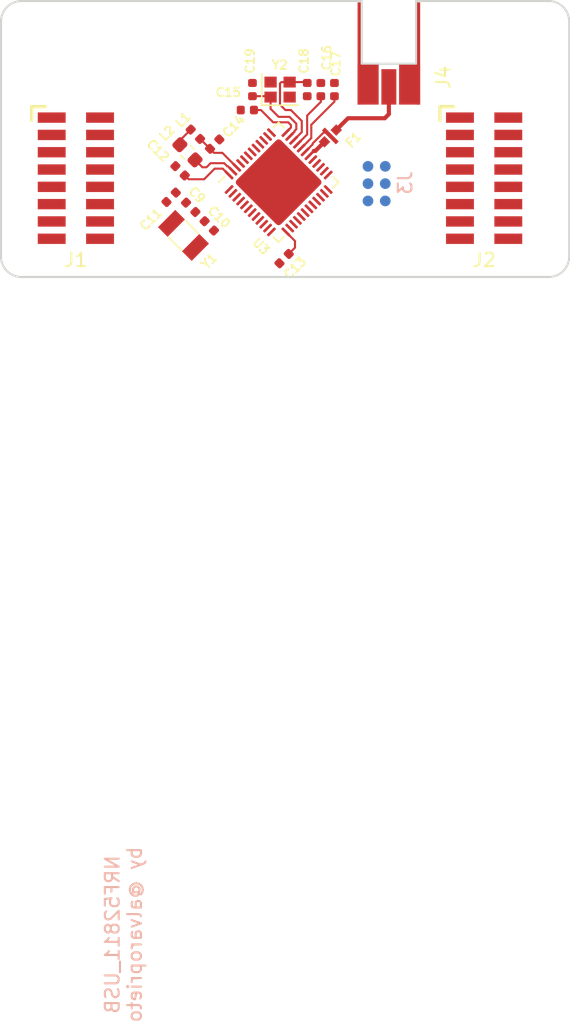
<source format=kicad_pcb>
(kicad_pcb (version 20171130) (host pcbnew 5.1.2-f72e74a~84~ubuntu18.04.1)

  (general
    (thickness 1.6)
    (drawings 13)
    (tracks 68)
    (zones 0)
    (modules 21)
    (nets 79)
  )

  (page A4)
  (title_block
    (title NRF52811_USB)
    (date 2019-05-24)
    (rev 1.0)
    (company @alvaroprieto)
  )

  (layers
    (0 F.Cu signal)
    (1 GND.Cu power)
    (2 Power.Cu mixed)
    (31 B.Cu signal)
    (32 B.Adhes user)
    (33 F.Adhes user)
    (34 B.Paste user)
    (35 F.Paste user)
    (36 B.SilkS user)
    (37 F.SilkS user)
    (38 B.Mask user)
    (39 F.Mask user)
    (40 Dwgs.User user)
    (41 Cmts.User user)
    (42 Eco1.User user)
    (43 Eco2.User user)
    (44 Edge.Cuts user)
    (45 Margin user)
    (46 B.CrtYd user)
    (47 F.CrtYd user)
    (48 B.Fab user)
    (49 F.Fab user hide)
  )

  (setup
    (last_trace_width 0.1524)
    (user_trace_width 0.127)
    (user_trace_width 0.1524)
    (user_trace_width 0.2032)
    (user_trace_width 0.254)
    (user_trace_width 0.3048)
    (user_trace_width 0.381)
    (user_trace_width 0.508)
    (user_trace_width 0.635)
    (user_trace_width 1.016)
    (trace_clearance 0.1524)
    (zone_clearance 0.2032)
    (zone_45_only no)
    (trace_min 0.127)
    (via_size 0.508)
    (via_drill 0.254)
    (via_min_size 0.508)
    (via_min_drill 0.254)
    (user_via 0.508 0.254)
    (uvia_size 0.508)
    (uvia_drill 0.254)
    (uvias_allowed no)
    (uvia_min_size 0.2)
    (uvia_min_drill 0.1)
    (edge_width 0.15)
    (segment_width 0.2)
    (pcb_text_width 0.3)
    (pcb_text_size 1.5 1.5)
    (mod_edge_width 0.15)
    (mod_text_size 1 1)
    (mod_text_width 0.15)
    (pad_size 1.524 1.524)
    (pad_drill 0.762)
    (pad_to_mask_clearance 0.0508)
    (solder_mask_min_width 0.25)
    (aux_axis_origin 0 0)
    (visible_elements FFFFFF7F)
    (pcbplotparams
      (layerselection 0x010fc_ffffffff)
      (usegerberextensions false)
      (usegerberattributes true)
      (usegerberadvancedattributes false)
      (creategerberjobfile false)
      (excludeedgelayer true)
      (linewidth 0.100000)
      (plotframeref false)
      (viasonmask false)
      (mode 1)
      (useauxorigin false)
      (hpglpennumber 1)
      (hpglpenspeed 20)
      (hpglpendiameter 15.000000)
      (psnegative false)
      (psa4output false)
      (plotreference true)
      (plotvalue true)
      (plotinvisibletext false)
      (padsonsilk false)
      (subtractmaskfromsilk false)
      (outputformat 1)
      (mirror false)
      (drillshape 0)
      (scaleselection 1)
      (outputdirectory "gerber/"))
  )

  (net 0 "")
  (net 1 GND)
  (net 2 +3V3)
  (net 3 "Net-(J1-Pad5)")
  (net 4 /nRST)
  (net 5 /SWDIO)
  (net 6 /SWCLK)
  (net 7 "Net-(C9-Pad1)")
  (net 8 "Net-(C18-Pad2)")
  (net 9 "Net-(F1-Pad1)")
  (net 10 "Net-(L1-Pad2)")
  (net 11 "Net-(L2-Pad2)")
  (net 12 "Net-(C10-Pad1)")
  (net 13 "Net-(C11-Pad1)")
  (net 14 "Net-(C14-Pad1)")
  (net 15 "Net-(C16-Pad2)")
  (net 16 "Net-(C17-Pad2)")
  (net 17 "Net-(C19-Pad1)")
  (net 18 "Net-(F1-Pad3)")
  (net 19 "Net-(J3-Pad6)")
  (net 20 "Net-(U3-Pad44)")
  (net 21 /P0.02-AIN0)
  (net 22 /P0.03-AIN1)
  (net 23 /P0.04-AIN2)
  (net 24 /P0.05-AIN3)
  (net 25 /P0.06)
  (net 26 /P0.07)
  (net 27 /P0.08)
  (net 28 /P0.09)
  (net 29 /P0.10)
  (net 30 /P0.11)
  (net 31 /P0.12)
  (net 32 /P0.13)
  (net 33 /P0.14)
  (net 34 /P0.15)
  (net 35 /P0.16)
  (net 36 /P0.17)
  (net 37 /P0.18)
  (net 38 /P0.19)
  (net 39 /P0.20)
  (net 40 /P0.22)
  (net 41 /P0.23)
  (net 42 /P0.24)
  (net 43 /P0.25)
  (net 44 /P0.26)
  (net 45 /P0.27)
  (net 46 /P0.28-AIN4)
  (net 47 /P0.29-AIN5)
  (net 48 /P0.30-AIN6)
  (net 49 /P0.31-AIN7)
  (net 50 "Net-(J1-Pad16)")
  (net 51 "Net-(J1-Pad15)")
  (net 52 "Net-(J1-Pad14)")
  (net 53 "Net-(J1-Pad13)")
  (net 54 "Net-(J1-Pad12)")
  (net 55 "Net-(J1-Pad11)")
  (net 56 "Net-(J1-Pad10)")
  (net 57 "Net-(J1-Pad9)")
  (net 58 "Net-(J1-Pad8)")
  (net 59 "Net-(J1-Pad7)")
  (net 60 "Net-(J1-Pad6)")
  (net 61 "Net-(J1-Pad4)")
  (net 62 "Net-(J1-Pad3)")
  (net 63 "Net-(J1-Pad2)")
  (net 64 "Net-(J1-Pad1)")
  (net 65 "Net-(J2-Pad3)")
  (net 66 "Net-(J2-Pad4)")
  (net 67 "Net-(J2-Pad5)")
  (net 68 "Net-(J2-Pad6)")
  (net 69 "Net-(J2-Pad7)")
  (net 70 "Net-(J2-Pad8)")
  (net 71 "Net-(J2-Pad9)")
  (net 72 "Net-(J2-Pad10)")
  (net 73 "Net-(J2-Pad11)")
  (net 74 "Net-(J2-Pad12)")
  (net 75 "Net-(J2-Pad13)")
  (net 76 "Net-(J2-Pad14)")
  (net 77 "Net-(J2-Pad15)")
  (net 78 "Net-(J2-Pad16)")

  (net_class Default "This is the default net class."
    (clearance 0.1524)
    (trace_width 0.1524)
    (via_dia 0.508)
    (via_drill 0.254)
    (uvia_dia 0.508)
    (uvia_drill 0.254)
    (diff_pair_width 0.1524)
    (diff_pair_gap 0.1524)
    (add_net +3V3)
    (add_net /P0.02-AIN0)
    (add_net /P0.03-AIN1)
    (add_net /P0.04-AIN2)
    (add_net /P0.05-AIN3)
    (add_net /P0.06)
    (add_net /P0.07)
    (add_net /P0.08)
    (add_net /P0.09)
    (add_net /P0.10)
    (add_net /P0.11)
    (add_net /P0.12)
    (add_net /P0.13)
    (add_net /P0.14)
    (add_net /P0.15)
    (add_net /P0.16)
    (add_net /P0.17)
    (add_net /P0.18)
    (add_net /P0.19)
    (add_net /P0.20)
    (add_net /P0.22)
    (add_net /P0.23)
    (add_net /P0.24)
    (add_net /P0.25)
    (add_net /P0.26)
    (add_net /P0.27)
    (add_net /P0.28-AIN4)
    (add_net /P0.29-AIN5)
    (add_net /P0.30-AIN6)
    (add_net /P0.31-AIN7)
    (add_net /SWCLK)
    (add_net /SWDIO)
    (add_net /nRST)
    (add_net GND)
    (add_net "Net-(C10-Pad1)")
    (add_net "Net-(C11-Pad1)")
    (add_net "Net-(C14-Pad1)")
    (add_net "Net-(C16-Pad2)")
    (add_net "Net-(C17-Pad2)")
    (add_net "Net-(C18-Pad2)")
    (add_net "Net-(C19-Pad1)")
    (add_net "Net-(C9-Pad1)")
    (add_net "Net-(F1-Pad1)")
    (add_net "Net-(F1-Pad3)")
    (add_net "Net-(J1-Pad1)")
    (add_net "Net-(J1-Pad10)")
    (add_net "Net-(J1-Pad11)")
    (add_net "Net-(J1-Pad12)")
    (add_net "Net-(J1-Pad13)")
    (add_net "Net-(J1-Pad14)")
    (add_net "Net-(J1-Pad15)")
    (add_net "Net-(J1-Pad16)")
    (add_net "Net-(J1-Pad2)")
    (add_net "Net-(J1-Pad3)")
    (add_net "Net-(J1-Pad4)")
    (add_net "Net-(J1-Pad5)")
    (add_net "Net-(J1-Pad6)")
    (add_net "Net-(J1-Pad7)")
    (add_net "Net-(J1-Pad8)")
    (add_net "Net-(J1-Pad9)")
    (add_net "Net-(J2-Pad10)")
    (add_net "Net-(J2-Pad11)")
    (add_net "Net-(J2-Pad12)")
    (add_net "Net-(J2-Pad13)")
    (add_net "Net-(J2-Pad14)")
    (add_net "Net-(J2-Pad15)")
    (add_net "Net-(J2-Pad16)")
    (add_net "Net-(J2-Pad3)")
    (add_net "Net-(J2-Pad4)")
    (add_net "Net-(J2-Pad5)")
    (add_net "Net-(J2-Pad6)")
    (add_net "Net-(J2-Pad7)")
    (add_net "Net-(J2-Pad8)")
    (add_net "Net-(J2-Pad9)")
    (add_net "Net-(J3-Pad6)")
    (add_net "Net-(L1-Pad2)")
    (add_net "Net-(L2-Pad2)")
    (add_net "Net-(U3-Pad44)")
  )

  (module Capacitor_SMD:C_0402_1005Metric (layer F.Cu) (tedit 5B301BBE) (tstamp 5CE59BEE)
    (at 182.974809 53.497278 90)
    (descr "Capacitor SMD 0402 (1005 Metric), square (rectangular) end terminal, IPC_7351 nominal, (Body size source: http://www.tortai-tech.com/upload/download/2011102023233369053.pdf), generated with kicad-footprint-generator")
    (tags capacitor)
    (path /5D754208)
    (attr smd)
    (fp_text reference C19 (at 2.097278 -0.174809 90) (layer F.SilkS)
      (effects (font (size 0.635 0.635) (thickness 0.127)))
    )
    (fp_text value 12pF (at 0 1.17 90) (layer F.Fab)
      (effects (font (size 1 1) (thickness 0.15)))
    )
    (fp_text user %R (at 0 0 90) (layer F.Fab)
      (effects (font (size 0.635 0.635) (thickness 0.127)))
    )
    (fp_line (start 0.93 0.47) (end -0.93 0.47) (layer F.CrtYd) (width 0.05))
    (fp_line (start 0.93 -0.47) (end 0.93 0.47) (layer F.CrtYd) (width 0.05))
    (fp_line (start -0.93 -0.47) (end 0.93 -0.47) (layer F.CrtYd) (width 0.05))
    (fp_line (start -0.93 0.47) (end -0.93 -0.47) (layer F.CrtYd) (width 0.05))
    (fp_line (start 0.5 0.25) (end -0.5 0.25) (layer F.Fab) (width 0.1))
    (fp_line (start 0.5 -0.25) (end 0.5 0.25) (layer F.Fab) (width 0.1))
    (fp_line (start -0.5 -0.25) (end 0.5 -0.25) (layer F.Fab) (width 0.1))
    (fp_line (start -0.5 0.25) (end -0.5 -0.25) (layer F.Fab) (width 0.1))
    (pad 2 smd roundrect (at 0.485 0 90) (size 0.59 0.64) (layers F.Cu F.Paste F.Mask) (roundrect_rratio 0.25)
      (net 1 GND))
    (pad 1 smd roundrect (at -0.485 0 90) (size 0.59 0.64) (layers F.Cu F.Paste F.Mask) (roundrect_rratio 0.25)
      (net 17 "Net-(C19-Pad1)"))
    (model ${KISYS3DMOD}/Capacitor_SMD.3dshapes/C_0402_1005Metric.wrl
      (at (xyz 0 0 0))
      (scale (xyz 1 1 1))
      (rotate (xyz 0 0 0))
    )
  )

  (module Crystal:Crystal_SMD_2016-4Pin_2.0x1.6mm (layer F.Cu) (tedit 5A0FD1B2) (tstamp 5CE59CEF)
    (at 185.006809 53.497278)
    (descr "SMD Crystal SERIES SMD2016/4 http://www.q-crystal.com/upload/5/2015552223166229.pdf, 2.0x1.6mm^2 package")
    (tags "SMD SMT crystal")
    (path /5D752164)
    (attr smd)
    (fp_text reference Y2 (at -0.020202 -1.801998) (layer F.SilkS)
      (effects (font (size 0.635 0.635) (thickness 0.127)))
    )
    (fp_text value 32MHz (at 0 2) (layer F.Fab)
      (effects (font (size 1 1) (thickness 0.15)))
    )
    (fp_text user %R (at 0 0) (layer F.Fab)
      (effects (font (size 0.635 0.635) (thickness 0.127)))
    )
    (fp_line (start -0.9 -0.8) (end 0.9 -0.8) (layer F.Fab) (width 0.1))
    (fp_line (start 0.9 -0.8) (end 1 -0.7) (layer F.Fab) (width 0.1))
    (fp_line (start 1 -0.7) (end 1 0.7) (layer F.Fab) (width 0.1))
    (fp_line (start 1 0.7) (end 0.9 0.8) (layer F.Fab) (width 0.1))
    (fp_line (start 0.9 0.8) (end -0.9 0.8) (layer F.Fab) (width 0.1))
    (fp_line (start -0.9 0.8) (end -1 0.7) (layer F.Fab) (width 0.1))
    (fp_line (start -1 0.7) (end -1 -0.7) (layer F.Fab) (width 0.1))
    (fp_line (start -1 -0.7) (end -0.9 -0.8) (layer F.Fab) (width 0.1))
    (fp_line (start -1 0.3) (end -0.5 0.8) (layer F.Fab) (width 0.1))
    (fp_line (start -1.35 -1.15) (end -1.35 1.15) (layer F.SilkS) (width 0.12))
    (fp_line (start -1.35 1.15) (end 1.35 1.15) (layer F.SilkS) (width 0.12))
    (fp_line (start -1.4 -1.3) (end -1.4 1.3) (layer F.CrtYd) (width 0.05))
    (fp_line (start -1.4 1.3) (end 1.4 1.3) (layer F.CrtYd) (width 0.05))
    (fp_line (start 1.4 1.3) (end 1.4 -1.3) (layer F.CrtYd) (width 0.05))
    (fp_line (start 1.4 -1.3) (end -1.4 -1.3) (layer F.CrtYd) (width 0.05))
    (pad 1 smd rect (at -0.7 0.55) (size 0.9 0.8) (layers F.Cu F.Paste F.Mask)
      (net 17 "Net-(C19-Pad1)"))
    (pad 2 smd rect (at 0.7 0.55) (size 0.9 0.8) (layers F.Cu F.Paste F.Mask)
      (net 1 GND))
    (pad 3 smd rect (at 0.7 -0.55) (size 0.9 0.8) (layers F.Cu F.Paste F.Mask)
      (net 8 "Net-(C18-Pad2)"))
    (pad 4 smd rect (at -0.7 -0.55) (size 0.9 0.8) (layers F.Cu F.Paste F.Mask)
      (net 1 GND))
    (model ${KISYS3DMOD}/Crystal.3dshapes/Crystal_SMD_2016-4Pin_2.0x1.6mm.wrl
      (at (xyz 0 0 0))
      (scale (xyz 1 1 1))
      (rotate (xyz 0 0 0))
    )
  )

  (module Capacitor_SMD:C_0402_1005Metric (layer F.Cu) (tedit 5B301BBE) (tstamp 5CE5CA1B)
    (at 187 53.497278 90)
    (descr "Capacitor SMD 0402 (1005 Metric), square (rectangular) end terminal, IPC_7351 nominal, (Body size source: http://www.tortai-tech.com/upload/download/2011102023233369053.pdf), generated with kicad-footprint-generator")
    (tags capacitor)
    (path /5D7538AB)
    (attr smd)
    (fp_text reference C18 (at 2.097278 -0.238809 90) (layer F.SilkS)
      (effects (font (size 0.635 0.635) (thickness 0.127)))
    )
    (fp_text value 12pF (at 0 1.17 90) (layer F.Fab)
      (effects (font (size 1 1) (thickness 0.15)))
    )
    (fp_line (start -0.5 0.25) (end -0.5 -0.25) (layer F.Fab) (width 0.1))
    (fp_line (start -0.5 -0.25) (end 0.5 -0.25) (layer F.Fab) (width 0.1))
    (fp_line (start 0.5 -0.25) (end 0.5 0.25) (layer F.Fab) (width 0.1))
    (fp_line (start 0.5 0.25) (end -0.5 0.25) (layer F.Fab) (width 0.1))
    (fp_line (start -0.93 0.47) (end -0.93 -0.47) (layer F.CrtYd) (width 0.05))
    (fp_line (start -0.93 -0.47) (end 0.93 -0.47) (layer F.CrtYd) (width 0.05))
    (fp_line (start 0.93 -0.47) (end 0.93 0.47) (layer F.CrtYd) (width 0.05))
    (fp_line (start 0.93 0.47) (end -0.93 0.47) (layer F.CrtYd) (width 0.05))
    (fp_text user %R (at 0 0 90) (layer F.Fab)
      (effects (font (size 0.635 0.635) (thickness 0.127)))
    )
    (pad 1 smd roundrect (at -0.485 0 90) (size 0.59 0.64) (layers F.Cu F.Paste F.Mask) (roundrect_rratio 0.25)
      (net 1 GND))
    (pad 2 smd roundrect (at 0.485 0 90) (size 0.59 0.64) (layers F.Cu F.Paste F.Mask) (roundrect_rratio 0.25)
      (net 8 "Net-(C18-Pad2)"))
    (model ${KISYS3DMOD}/Capacitor_SMD.3dshapes/C_0402_1005Metric.wrl
      (at (xyz 0 0 0))
      (scale (xyz 1 1 1))
      (rotate (xyz 0 0 0))
    )
  )

  (module Capacitor_SMD:C_0402_1005Metric (layer F.Cu) (tedit 5B301BBE) (tstamp 5CF288C5)
    (at 185.3 65.9 225)
    (descr "Capacitor SMD 0402 (1005 Metric), square (rectangular) end terminal, IPC_7351 nominal, (Body size source: http://www.tortai-tech.com/upload/download/2011102023233369053.pdf), generated with kicad-footprint-generator")
    (tags capacitor)
    (path /5D5CDBB6)
    (attr smd)
    (fp_text reference C13 (at -0.070711 -1.06066 45) (layer F.SilkS)
      (effects (font (size 0.635 0.635) (thickness 0.127)))
    )
    (fp_text value 0.1uF (at 0 1.17 45) (layer F.Fab)
      (effects (font (size 1 1) (thickness 0.15)))
    )
    (fp_text user %R (at 0 0 45) (layer F.Fab)
      (effects (font (size 0.635 0.635) (thickness 0.127)))
    )
    (fp_line (start 0.93 0.47) (end -0.93 0.47) (layer F.CrtYd) (width 0.05))
    (fp_line (start 0.93 -0.47) (end 0.93 0.47) (layer F.CrtYd) (width 0.05))
    (fp_line (start -0.93 -0.47) (end 0.93 -0.47) (layer F.CrtYd) (width 0.05))
    (fp_line (start -0.93 0.47) (end -0.93 -0.47) (layer F.CrtYd) (width 0.05))
    (fp_line (start 0.5 0.25) (end -0.5 0.25) (layer F.Fab) (width 0.1))
    (fp_line (start 0.5 -0.25) (end 0.5 0.25) (layer F.Fab) (width 0.1))
    (fp_line (start -0.5 -0.25) (end 0.5 -0.25) (layer F.Fab) (width 0.1))
    (fp_line (start -0.5 0.25) (end -0.5 -0.25) (layer F.Fab) (width 0.1))
    (pad 2 smd roundrect (at 0.485 0 225) (size 0.59 0.64) (layers F.Cu F.Paste F.Mask) (roundrect_rratio 0.25)
      (net 1 GND))
    (pad 1 smd roundrect (at -0.485 0 225) (size 0.59 0.64) (layers F.Cu F.Paste F.Mask) (roundrect_rratio 0.25)
      (net 2 +3V3))
    (model ${KISYS3DMOD}/Capacitor_SMD.3dshapes/C_0402_1005Metric.wrl
      (at (xyz 0 0 0))
      (scale (xyz 1 1 1))
      (rotate (xyz 0 0 0))
    )
  )

  (module alvarop:MOLEX-0734150963 (layer F.Cu) (tedit 5CE9562E) (tstamp 5CF287DB)
    (at 193 54.6 270)
    (path /5DD824B7)
    (fp_text reference J4 (at -2 -4 90) (layer F.SilkS)
      (effects (font (size 1 1) (thickness 0.15)))
    )
    (fp_text value RP_SMA (at 0 -3.4 90) (layer F.Fab)
      (effects (font (size 1 1) (thickness 0.15)))
    )
    (fp_line (start -7.5 -2) (end -3 -2) (layer Eco1.User) (width 0.12))
    (fp_line (start -3 -2) (end -3 2) (layer Eco1.User) (width 0.12))
    (fp_line (start -3 2) (end -7.5 2) (layer Eco1.User) (width 0.12))
    (fp_line (start -3 -2.3) (end -0.7 -2.3) (layer Eco2.User) (width 0.12))
    (fp_line (start -3 2.3) (end -0.7 2.3) (layer Eco2.User) (width 0.12))
    (fp_line (start -0.7 -2.3) (end -0.7 2.3) (layer Eco2.User) (width 0.12))
    (fp_line (start -3 2.3) (end -3 -2.3) (layer Eco2.User) (width 0.12))
    (fp_text user "NO Cu" (at -1.8 0) (layer Eco2.User)
      (effects (font (size 1 1) (thickness 0.15)))
    )
    (fp_line (start -7.5 -2) (end -7.5 2) (layer Eco1.User) (width 0.12))
    (fp_text user CUT (at -5.2 0) (layer Eco1.User)
      (effects (font (size 1 1) (thickness 0.15)))
    )
    (pad 1 smd rect (at -1.3 0 270) (size 2.6 1.1) (layers F.Cu F.Paste F.Mask)
      (net 18 "Net-(F1-Pad3)"))
    (pad 2 smd rect (at -1.5 -1.525 270) (size 3 1.55) (layers F.Cu F.Paste F.Mask)
      (net 1 GND))
    (pad 2 smd rect (at -1.5 1.525 270) (size 3 1.55) (layers F.Cu F.Paste F.Mask)
      (net 1 GND))
    (pad 2 smd rect (at -3.75 -2.1625 270) (size 7.5 0.275) (layers F.Cu F.Paste F.Mask)
      (net 1 GND))
    (pad 2 smd rect (at -3.75 2.1625 270) (size 7.5 0.275) (layers F.Cu F.Paste F.Mask)
      (net 1 GND))
  )

  (module alvarop:2450FM07A0029T (layer F.Cu) (tedit 5AD3AAB4) (tstamp 5CE59C25)
    (at 188.7 56.9 45)
    (path /5DD835CC)
    (fp_text reference F1 (at 1 1.4 45) (layer F.SilkS)
      (effects (font (size 0.635 0.635) (thickness 0.127)))
    )
    (fp_text value 2450FM07A0029T (at 0 -1.4224 45) (layer F.Fab)
      (effects (font (size 0.762 0.762) (thickness 0.127)))
    )
    (pad 3 smd rect (at 0.6125 0 45) (size 0.6 0.6) (layers F.Cu F.Paste F.Mask)
      (net 18 "Net-(F1-Pad3)") (solder_paste_margin -0.0508))
    (pad 1 smd rect (at -0.6125 0 45) (size 0.6 0.6) (layers F.Cu F.Paste F.Mask)
      (net 9 "Net-(F1-Pad1)") (solder_paste_margin -0.0508))
    (pad 2 smd rect (at 0 0.3625 45) (size 0.3 0.725) (layers F.Cu F.Paste F.Mask)
      (net 1 GND) (solder_paste_margin -0.0508))
    (pad 4 smd rect (at 0 -0.3625 45) (size 0.3 0.725) (layers F.Cu F.Paste F.Mask)
      (net 1 GND) (solder_paste_margin -0.0508))
  )

  (module Capacitor_SMD:C_0402_1005Metric (layer F.Cu) (tedit 5B301BBE) (tstamp 5CF28919)
    (at 178.439289 62.137135 315)
    (descr "Capacitor SMD 0402 (1005 Metric), square (rectangular) end terminal, IPC_7351 nominal, (Body size source: http://www.tortai-tech.com/upload/download/2011102023233369053.pdf), generated with kicad-footprint-generator")
    (tags capacitor)
    (path /5DD247F3)
    (attr smd)
    (fp_text reference C9 (at -0.32 -0.966 135) (layer F.SilkS)
      (effects (font (size 0.635 0.635) (thickness 0.127)))
    )
    (fp_text value 12pF (at 0 1.17 135) (layer F.Fab)
      (effects (font (size 1 1) (thickness 0.15)))
    )
    (fp_text user %R (at 0 0 135) (layer F.Fab)
      (effects (font (size 0.635 0.635) (thickness 0.127)))
    )
    (fp_line (start 0.93 0.47) (end -0.93 0.47) (layer F.CrtYd) (width 0.05))
    (fp_line (start 0.93 -0.47) (end 0.93 0.47) (layer F.CrtYd) (width 0.05))
    (fp_line (start -0.93 -0.47) (end 0.93 -0.47) (layer F.CrtYd) (width 0.05))
    (fp_line (start -0.93 0.47) (end -0.93 -0.47) (layer F.CrtYd) (width 0.05))
    (fp_line (start 0.5 0.25) (end -0.5 0.25) (layer F.Fab) (width 0.1))
    (fp_line (start 0.5 -0.25) (end 0.5 0.25) (layer F.Fab) (width 0.1))
    (fp_line (start -0.5 -0.25) (end 0.5 -0.25) (layer F.Fab) (width 0.1))
    (fp_line (start -0.5 0.25) (end -0.5 -0.25) (layer F.Fab) (width 0.1))
    (pad 2 smd roundrect (at 0.485 0 315) (size 0.59 0.64) (layers F.Cu F.Paste F.Mask) (roundrect_rratio 0.25)
      (net 1 GND))
    (pad 1 smd roundrect (at -0.485 0 315) (size 0.59 0.64) (layers F.Cu F.Paste F.Mask) (roundrect_rratio 0.25)
      (net 7 "Net-(C9-Pad1)"))
    (model ${KISYS3DMOD}/Capacitor_SMD.3dshapes/C_0402_1005Metric.wrl
      (at (xyz 0 0 0))
      (scale (xyz 1 1 1))
      (rotate (xyz 0 0 0))
    )
  )

  (module Capacitor_SMD:C_0402_1005Metric (layer F.Cu) (tedit 5B301BBE) (tstamp 5CF288EF)
    (at 179.802591 63.500437 135)
    (descr "Capacitor SMD 0402 (1005 Metric), square (rectangular) end terminal, IPC_7351 nominal, (Body size source: http://www.tortai-tech.com/upload/download/2011102023233369053.pdf), generated with kicad-footprint-generator")
    (tags capacitor)
    (path /5DD223CD)
    (attr smd)
    (fp_text reference C10 (at -0.052 0.966 135) (layer F.SilkS)
      (effects (font (size 0.635 0.635) (thickness 0.127)))
    )
    (fp_text value 12pF (at 0 1.17 135) (layer F.Fab)
      (effects (font (size 1 1) (thickness 0.15)))
    )
    (fp_text user %R (at 0 0 135) (layer F.Fab)
      (effects (font (size 0.635 0.635) (thickness 0.127)))
    )
    (fp_line (start 0.93 0.47) (end -0.93 0.47) (layer F.CrtYd) (width 0.05))
    (fp_line (start 0.93 -0.47) (end 0.93 0.47) (layer F.CrtYd) (width 0.05))
    (fp_line (start -0.93 -0.47) (end 0.93 -0.47) (layer F.CrtYd) (width 0.05))
    (fp_line (start -0.93 0.47) (end -0.93 -0.47) (layer F.CrtYd) (width 0.05))
    (fp_line (start 0.5 0.25) (end -0.5 0.25) (layer F.Fab) (width 0.1))
    (fp_line (start 0.5 -0.25) (end 0.5 0.25) (layer F.Fab) (width 0.1))
    (fp_line (start -0.5 -0.25) (end 0.5 -0.25) (layer F.Fab) (width 0.1))
    (fp_line (start -0.5 0.25) (end -0.5 -0.25) (layer F.Fab) (width 0.1))
    (pad 2 smd roundrect (at 0.485 0 135) (size 0.59 0.64) (layers F.Cu F.Paste F.Mask) (roundrect_rratio 0.25)
      (net 1 GND))
    (pad 1 smd roundrect (at -0.485 0 135) (size 0.59 0.64) (layers F.Cu F.Paste F.Mask) (roundrect_rratio 0.25)
      (net 12 "Net-(C10-Pad1)"))
    (model ${KISYS3DMOD}/Capacitor_SMD.3dshapes/C_0402_1005Metric.wrl
      (at (xyz 0 0 0))
      (scale (xyz 1 1 1))
      (rotate (xyz 0 0 0))
    )
  )

  (module Capacitor_SMD:C_0402_1005Metric (layer F.Cu) (tedit 5B301BBE) (tstamp 5CE59B61)
    (at 180.2 57.5 45)
    (descr "Capacitor SMD 0402 (1005 Metric), square (rectangular) end terminal, IPC_7351 nominal, (Body size source: http://www.tortai-tech.com/upload/download/2011102023233369053.pdf), generated with kicad-footprint-generator")
    (tags capacitor)
    (path /5D9EB882)
    (attr smd)
    (fp_text reference C14 (at 1.909188 0.070711 225) (layer F.SilkS)
      (effects (font (size 0.635 0.635) (thickness 0.127)))
    )
    (fp_text value 1uF (at 0 1.17 45) (layer F.Fab)
      (effects (font (size 1 1) (thickness 0.15)))
    )
    (fp_line (start -0.5 0.25) (end -0.5 -0.25) (layer F.Fab) (width 0.1))
    (fp_line (start -0.5 -0.25) (end 0.5 -0.25) (layer F.Fab) (width 0.1))
    (fp_line (start 0.5 -0.25) (end 0.5 0.25) (layer F.Fab) (width 0.1))
    (fp_line (start 0.5 0.25) (end -0.5 0.25) (layer F.Fab) (width 0.1))
    (fp_line (start -0.93 0.47) (end -0.93 -0.47) (layer F.CrtYd) (width 0.05))
    (fp_line (start -0.93 -0.47) (end 0.93 -0.47) (layer F.CrtYd) (width 0.05))
    (fp_line (start 0.93 -0.47) (end 0.93 0.47) (layer F.CrtYd) (width 0.05))
    (fp_line (start 0.93 0.47) (end -0.93 0.47) (layer F.CrtYd) (width 0.05))
    (fp_text user %R (at 0 0 45) (layer F.Fab)
      (effects (font (size 0.635 0.635) (thickness 0.127)))
    )
    (pad 1 smd roundrect (at -0.485 0 45) (size 0.59 0.64) (layers F.Cu F.Paste F.Mask) (roundrect_rratio 0.25)
      (net 14 "Net-(C14-Pad1)"))
    (pad 2 smd roundrect (at 0.485 0 45) (size 0.59 0.64) (layers F.Cu F.Paste F.Mask) (roundrect_rratio 0.25)
      (net 1 GND))
    (model ${KISYS3DMOD}/Capacitor_SMD.3dshapes/C_0402_1005Metric.wrl
      (at (xyz 0 0 0))
      (scale (xyz 1 1 1))
      (rotate (xyz 0 0 0))
    )
  )

  (module Capacitor_SMD:C_0402_1005Metric (layer F.Cu) (tedit 5B301BBE) (tstamp 5CE59B70)
    (at 188 53.5 270)
    (descr "Capacitor SMD 0402 (1005 Metric), square (rectangular) end terminal, IPC_7351 nominal, (Body size source: http://www.tortai-tech.com/upload/download/2011102023233369053.pdf), generated with kicad-footprint-generator")
    (tags capacitor)
    (path /5D4A59D5)
    (attr smd)
    (fp_text reference C16 (at -2.343427 -0.424264 90) (layer F.SilkS)
      (effects (font (size 0.635 0.635) (thickness 0.127)))
    )
    (fp_text value 100pF (at 0 1.17 90) (layer F.Fab)
      (effects (font (size 1 1) (thickness 0.15)))
    )
    (fp_text user %R (at 0 0 90) (layer F.Fab)
      (effects (font (size 0.635 0.635) (thickness 0.127)))
    )
    (fp_line (start 0.93 0.47) (end -0.93 0.47) (layer F.CrtYd) (width 0.05))
    (fp_line (start 0.93 -0.47) (end 0.93 0.47) (layer F.CrtYd) (width 0.05))
    (fp_line (start -0.93 -0.47) (end 0.93 -0.47) (layer F.CrtYd) (width 0.05))
    (fp_line (start -0.93 0.47) (end -0.93 -0.47) (layer F.CrtYd) (width 0.05))
    (fp_line (start 0.5 0.25) (end -0.5 0.25) (layer F.Fab) (width 0.1))
    (fp_line (start 0.5 -0.25) (end 0.5 0.25) (layer F.Fab) (width 0.1))
    (fp_line (start -0.5 -0.25) (end 0.5 -0.25) (layer F.Fab) (width 0.1))
    (fp_line (start -0.5 0.25) (end -0.5 -0.25) (layer F.Fab) (width 0.1))
    (pad 2 smd roundrect (at 0.485 0 270) (size 0.59 0.64) (layers F.Cu F.Paste F.Mask) (roundrect_rratio 0.25)
      (net 15 "Net-(C16-Pad2)"))
    (pad 1 smd roundrect (at -0.485 0 270) (size 0.59 0.64) (layers F.Cu F.Paste F.Mask) (roundrect_rratio 0.25)
      (net 1 GND))
    (model ${KISYS3DMOD}/Capacitor_SMD.3dshapes/C_0402_1005Metric.wrl
      (at (xyz 0 0 0))
      (scale (xyz 1 1 1))
      (rotate (xyz 0 0 0))
    )
  )

  (module Capacitor_SMD:C_0402_1005Metric (layer F.Cu) (tedit 5B301BBE) (tstamp 5CE59BA1)
    (at 182.6 55 180)
    (descr "Capacitor SMD 0402 (1005 Metric), square (rectangular) end terminal, IPC_7351 nominal, (Body size source: http://www.tortai-tech.com/upload/download/2011102023233369053.pdf), generated with kicad-footprint-generator")
    (tags capacitor)
    (path /5C2FB65B)
    (attr smd)
    (fp_text reference C15 (at 1.4 1.3) (layer F.SilkS)
      (effects (font (size 0.635 0.635) (thickness 0.127)))
    )
    (fp_text value 0.1uF (at 0 1.17) (layer F.Fab)
      (effects (font (size 1 1) (thickness 0.15)))
    )
    (fp_text user %R (at 0 0) (layer F.Fab)
      (effects (font (size 0.635 0.635) (thickness 0.127)))
    )
    (fp_line (start 0.93 0.47) (end -0.93 0.47) (layer F.CrtYd) (width 0.05))
    (fp_line (start 0.93 -0.47) (end 0.93 0.47) (layer F.CrtYd) (width 0.05))
    (fp_line (start -0.93 -0.47) (end 0.93 -0.47) (layer F.CrtYd) (width 0.05))
    (fp_line (start -0.93 0.47) (end -0.93 -0.47) (layer F.CrtYd) (width 0.05))
    (fp_line (start 0.5 0.25) (end -0.5 0.25) (layer F.Fab) (width 0.1))
    (fp_line (start 0.5 -0.25) (end 0.5 0.25) (layer F.Fab) (width 0.1))
    (fp_line (start -0.5 -0.25) (end 0.5 -0.25) (layer F.Fab) (width 0.1))
    (fp_line (start -0.5 0.25) (end -0.5 -0.25) (layer F.Fab) (width 0.1))
    (pad 2 smd roundrect (at 0.485 0 180) (size 0.59 0.64) (layers F.Cu F.Paste F.Mask) (roundrect_rratio 0.25)
      (net 1 GND))
    (pad 1 smd roundrect (at -0.485 0 180) (size 0.59 0.64) (layers F.Cu F.Paste F.Mask) (roundrect_rratio 0.25)
      (net 2 +3V3))
    (model ${KISYS3DMOD}/Capacitor_SMD.3dshapes/C_0402_1005Metric.wrl
      (at (xyz 0 0 0))
      (scale (xyz 1 1 1))
      (rotate (xyz 0 0 0))
    )
  )

  (module Capacitor_SMD:C_0402_1005Metric (layer F.Cu) (tedit 5B301BBE) (tstamp 5CE59BB0)
    (at 177 61.4 225)
    (descr "Capacitor SMD 0402 (1005 Metric), square (rectangular) end terminal, IPC_7351 nominal, (Body size source: http://www.tortai-tech.com/upload/download/2011102023233369053.pdf), generated with kicad-footprint-generator")
    (tags capacitor)
    (path /5C2FC2A3)
    (attr smd)
    (fp_text reference C11 (at 2.2 -0.1 45) (layer F.SilkS)
      (effects (font (size 0.635 0.635) (thickness 0.127)))
    )
    (fp_text value 0.1uF (at 0 1.17 45) (layer F.Fab)
      (effects (font (size 1 1) (thickness 0.15)))
    )
    (fp_text user %R (at 0 0 45) (layer F.Fab)
      (effects (font (size 0.635 0.635) (thickness 0.127)))
    )
    (fp_line (start 0.93 0.47) (end -0.93 0.47) (layer F.CrtYd) (width 0.05))
    (fp_line (start 0.93 -0.47) (end 0.93 0.47) (layer F.CrtYd) (width 0.05))
    (fp_line (start -0.93 -0.47) (end 0.93 -0.47) (layer F.CrtYd) (width 0.05))
    (fp_line (start -0.93 0.47) (end -0.93 -0.47) (layer F.CrtYd) (width 0.05))
    (fp_line (start 0.5 0.25) (end -0.5 0.25) (layer F.Fab) (width 0.1))
    (fp_line (start 0.5 -0.25) (end 0.5 0.25) (layer F.Fab) (width 0.1))
    (fp_line (start -0.5 -0.25) (end 0.5 -0.25) (layer F.Fab) (width 0.1))
    (fp_line (start -0.5 0.25) (end -0.5 -0.25) (layer F.Fab) (width 0.1))
    (pad 2 smd roundrect (at 0.485 0 225) (size 0.59 0.64) (layers F.Cu F.Paste F.Mask) (roundrect_rratio 0.25)
      (net 1 GND))
    (pad 1 smd roundrect (at -0.485 0 225) (size 0.59 0.64) (layers F.Cu F.Paste F.Mask) (roundrect_rratio 0.25)
      (net 13 "Net-(C11-Pad1)"))
    (model ${KISYS3DMOD}/Capacitor_SMD.3dshapes/C_0402_1005Metric.wrl
      (at (xyz 0 0 0))
      (scale (xyz 1 1 1))
      (rotate (xyz 0 0 0))
    )
  )

  (module Inductor_SMD:L_0402_1005Metric (layer F.Cu) (tedit 5B301BBE) (tstamp 5CE59C5D)
    (at 178.783278 56.7757 135)
    (descr "Inductor SMD 0402 (1005 Metric), square (rectangular) end terminal, IPC_7351 nominal, (Body size source: http://www.tortai-tech.com/upload/download/2011102023233369053.pdf), generated with kicad-footprint-generator")
    (tags inductor)
    (path /5D9F37BA)
    (attr smd)
    (fp_text reference L1 (at 1.4 0.1 45) (layer F.SilkS)
      (effects (font (size 0.635 0.635) (thickness 0.127)))
    )
    (fp_text value 15nH (at 0 1.17 135) (layer F.Fab)
      (effects (font (size 1 1) (thickness 0.15)))
    )
    (fp_line (start -0.5 0.25) (end -0.5 -0.25) (layer F.Fab) (width 0.1))
    (fp_line (start -0.5 -0.25) (end 0.5 -0.25) (layer F.Fab) (width 0.1))
    (fp_line (start 0.5 -0.25) (end 0.5 0.25) (layer F.Fab) (width 0.1))
    (fp_line (start 0.5 0.25) (end -0.5 0.25) (layer F.Fab) (width 0.1))
    (fp_line (start -0.93 0.47) (end -0.93 -0.47) (layer F.CrtYd) (width 0.05))
    (fp_line (start -0.93 -0.47) (end 0.93 -0.47) (layer F.CrtYd) (width 0.05))
    (fp_line (start 0.93 -0.47) (end 0.93 0.47) (layer F.CrtYd) (width 0.05))
    (fp_line (start 0.93 0.47) (end -0.93 0.47) (layer F.CrtYd) (width 0.05))
    (fp_text user %R (at 0 0 135) (layer F.Fab)
      (effects (font (size 0.635 0.635) (thickness 0.127)))
    )
    (pad 1 smd roundrect (at -0.485 0 135) (size 0.59 0.64) (layers F.Cu F.Paste F.Mask) (roundrect_rratio 0.25)
      (net 14 "Net-(C14-Pad1)"))
    (pad 2 smd roundrect (at 0.485 0 135) (size 0.59 0.64) (layers F.Cu F.Paste F.Mask) (roundrect_rratio 0.25)
      (net 10 "Net-(L1-Pad2)"))
    (model ${KISYS3DMOD}/Inductor_SMD.3dshapes/L_0402_1005Metric.wrl
      (at (xyz 0 0 0))
      (scale (xyz 1 1 1))
      (rotate (xyz 0 0 0))
    )
  )

  (module Inductor_SMD:L_0603_1608Metric (layer F.Cu) (tedit 5B301BBE) (tstamp 5CE59C6E)
    (at 178.2 58.1 315)
    (descr "Inductor SMD 0603 (1608 Metric), square (rectangular) end terminal, IPC_7351 nominal, (Body size source: http://www.tortai-tech.com/upload/download/2011102023233369053.pdf), generated with kicad-footprint-generator")
    (tags inductor)
    (path /5D9F3F40)
    (attr smd)
    (fp_text reference L2 (at -2.05061 0.070711 45) (layer F.SilkS)
      (effects (font (size 0.635 0.635) (thickness 0.127)))
    )
    (fp_text value 10uH (at 0 1.43 135) (layer F.Fab)
      (effects (font (size 1 1) (thickness 0.15)))
    )
    (fp_line (start -0.8 0.4) (end -0.8 -0.4) (layer F.Fab) (width 0.1))
    (fp_line (start -0.8 -0.4) (end 0.8 -0.4) (layer F.Fab) (width 0.1))
    (fp_line (start 0.8 -0.4) (end 0.8 0.4) (layer F.Fab) (width 0.1))
    (fp_line (start 0.8 0.4) (end -0.8 0.4) (layer F.Fab) (width 0.1))
    (fp_line (start -0.162779 -0.51) (end 0.162779 -0.51) (layer F.SilkS) (width 0.12))
    (fp_line (start -0.162779 0.51) (end 0.162779 0.51) (layer F.SilkS) (width 0.12))
    (fp_line (start -1.48 0.73) (end -1.48 -0.73) (layer F.CrtYd) (width 0.05))
    (fp_line (start -1.48 -0.73) (end 1.48 -0.73) (layer F.CrtYd) (width 0.05))
    (fp_line (start 1.48 -0.73) (end 1.48 0.73) (layer F.CrtYd) (width 0.05))
    (fp_line (start 1.48 0.73) (end -1.48 0.73) (layer F.CrtYd) (width 0.05))
    (fp_text user %R (at 0 0 135) (layer F.Fab)
      (effects (font (size 0.635 0.635) (thickness 0.127)))
    )
    (pad 1 smd roundrect (at -0.7875 0 315) (size 0.875 0.95) (layers F.Cu F.Paste F.Mask) (roundrect_rratio 0.25)
      (net 10 "Net-(L1-Pad2)"))
    (pad 2 smd roundrect (at 0.7875 0 315) (size 0.875 0.95) (layers F.Cu F.Paste F.Mask) (roundrect_rratio 0.25)
      (net 11 "Net-(L2-Pad2)"))
    (model ${KISYS3DMOD}/Inductor_SMD.3dshapes/L_0603_1608Metric.wrl
      (at (xyz 0 0 0))
      (scale (xyz 1 1 1))
      (rotate (xyz 0 0 0))
    )
  )

  (module Crystal:Crystal_SMD_3215-2Pin_3.2x1.5mm (layer F.Cu) (tedit 5A0FD1B2) (tstamp 5CF28897)
    (at 177.906131 64.197644 135)
    (descr "SMD Crystal FC-135 https://support.epson.biz/td/api/doc_check.php?dl=brief_FC-135R_en.pdf")
    (tags "SMD SMT Crystal")
    (path /5C2FC751)
    (attr smd)
    (fp_text reference Y1 (at -2.667 0 225) (layer F.SilkS)
      (effects (font (size 0.635 0.635) (thickness 0.127)))
    )
    (fp_text value 32.768kHz (at 0 2 135) (layer F.Fab)
      (effects (font (size 1 1) (thickness 0.15)))
    )
    (fp_text user %R (at 0 -2 135) (layer F.Fab)
      (effects (font (size 0.635 0.635) (thickness 0.127)))
    )
    (fp_line (start -2 -1.15) (end 2 -1.15) (layer F.CrtYd) (width 0.05))
    (fp_line (start -1.6 -0.75) (end -1.6 0.75) (layer F.Fab) (width 0.1))
    (fp_line (start -0.675 0.875) (end 0.675 0.875) (layer F.SilkS) (width 0.12))
    (fp_line (start -0.675 -0.875) (end 0.675 -0.875) (layer F.SilkS) (width 0.12))
    (fp_line (start 1.6 -0.75) (end 1.6 0.75) (layer F.Fab) (width 0.1))
    (fp_line (start -1.6 -0.75) (end 1.6 -0.75) (layer F.Fab) (width 0.1))
    (fp_line (start -1.6 0.75) (end 1.6 0.75) (layer F.Fab) (width 0.1))
    (fp_line (start -2 1.15) (end 2 1.15) (layer F.CrtYd) (width 0.05))
    (fp_line (start -2 -1.15) (end -2 1.15) (layer F.CrtYd) (width 0.05))
    (fp_line (start 2 -1.15) (end 2 1.15) (layer F.CrtYd) (width 0.05))
    (pad 1 smd rect (at 1.25 0 135) (size 1 1.8) (layers F.Cu F.Paste F.Mask)
      (net 7 "Net-(C9-Pad1)"))
    (pad 2 smd rect (at -1.25 0 135) (size 1 1.8) (layers F.Cu F.Paste F.Mask)
      (net 12 "Net-(C10-Pad1)"))
    (model ${KISYS3DMOD}/Crystal.3dshapes/Crystal_SMD_3215-2Pin_3.2x1.5mm.wrl
      (at (xyz 0 0 0))
      (scale (xyz 1 1 1))
      (rotate (xyz 0 0 0))
    )
  )

  (module Capacitor_SMD:C_0402_1005Metric (layer F.Cu) (tedit 5B301BBE) (tstamp 5CE5D61B)
    (at 189 53.5 270)
    (descr "Capacitor SMD 0402 (1005 Metric), square (rectangular) end terminal, IPC_7351 nominal, (Body size source: http://www.tortai-tech.com/upload/download/2011102023233369053.pdf), generated with kicad-footprint-generator")
    (tags capacitor)
    (path /5D527C74)
    (attr smd)
    (fp_text reference C17 (at -1.9 -0.1 90) (layer F.SilkS)
      (effects (font (size 0.635 0.635) (thickness 0.127)))
    )
    (fp_text value DNP (at 0 1.17 90) (layer F.Fab)
      (effects (font (size 1 1) (thickness 0.15)))
    )
    (fp_line (start -0.5 0.25) (end -0.5 -0.25) (layer F.Fab) (width 0.1))
    (fp_line (start -0.5 -0.25) (end 0.5 -0.25) (layer F.Fab) (width 0.1))
    (fp_line (start 0.5 -0.25) (end 0.5 0.25) (layer F.Fab) (width 0.1))
    (fp_line (start 0.5 0.25) (end -0.5 0.25) (layer F.Fab) (width 0.1))
    (fp_line (start -0.93 0.47) (end -0.93 -0.47) (layer F.CrtYd) (width 0.05))
    (fp_line (start -0.93 -0.47) (end 0.93 -0.47) (layer F.CrtYd) (width 0.05))
    (fp_line (start 0.93 -0.47) (end 0.93 0.47) (layer F.CrtYd) (width 0.05))
    (fp_line (start 0.93 0.47) (end -0.93 0.47) (layer F.CrtYd) (width 0.05))
    (fp_text user %R (at 0 0 90) (layer F.Fab)
      (effects (font (size 0.635 0.635) (thickness 0.127)))
    )
    (pad 1 smd roundrect (at -0.485 0 270) (size 0.59 0.64) (layers F.Cu F.Paste F.Mask) (roundrect_rratio 0.25)
      (net 1 GND))
    (pad 2 smd roundrect (at 0.485 0 270) (size 0.59 0.64) (layers F.Cu F.Paste F.Mask) (roundrect_rratio 0.25)
      (net 16 "Net-(C17-Pad2)"))
    (model ${KISYS3DMOD}/Capacitor_SMD.3dshapes/C_0402_1005Metric.wrl
      (at (xyz 0 0 0))
      (scale (xyz 1 1 1))
      (rotate (xyz 0 0 0))
    )
  )

  (module Package_DFN_QFN:QFN-48-1EP_6x6mm_P0.4mm_EP4.6x4.6mm (layer F.Cu) (tedit 5C279080) (tstamp 5CE5EDEB)
    (at 184.9 60.3 45)
    (descr "QFN, 48 Pin (http://infocenter.nordicsemi.com/pdf/nRF51822_PS_v3.3.pdf#page=67), generated with kicad-footprint-generator ipc_dfn_qfn_generator.py")
    (tags "QFN DFN_QFN")
    (path /5CE6B290)
    (attr smd)
    (fp_text reference U3 (at -4.242641 2.404163 135) (layer F.SilkS)
      (effects (font (size 0.635 0.635) (thickness 0.127)))
    )
    (fp_text value NRF52811-QFAA (at 0 4.3 45) (layer F.Fab)
      (effects (font (size 1 1) (thickness 0.15)))
    )
    (fp_line (start 2.56 -3.11) (end 3.11 -3.11) (layer F.SilkS) (width 0.12))
    (fp_line (start 3.11 -3.11) (end 3.11 -2.56) (layer F.SilkS) (width 0.12))
    (fp_line (start -2.56 3.11) (end -3.11 3.11) (layer F.SilkS) (width 0.12))
    (fp_line (start -3.11 3.11) (end -3.11 2.56) (layer F.SilkS) (width 0.12))
    (fp_line (start 2.56 3.11) (end 3.11 3.11) (layer F.SilkS) (width 0.12))
    (fp_line (start 3.11 3.11) (end 3.11 2.56) (layer F.SilkS) (width 0.12))
    (fp_line (start -2.56 -3.11) (end -3.11 -3.11) (layer F.SilkS) (width 0.12))
    (fp_line (start -2 -3) (end 3 -3) (layer F.Fab) (width 0.1))
    (fp_line (start 3 -3) (end 3 3) (layer F.Fab) (width 0.1))
    (fp_line (start 3 3) (end -3 3) (layer F.Fab) (width 0.1))
    (fp_line (start -3 3) (end -3 -2) (layer F.Fab) (width 0.1))
    (fp_line (start -3 -2) (end -2 -3) (layer F.Fab) (width 0.1))
    (fp_line (start -3.6 -3.6) (end -3.6 3.6) (layer F.CrtYd) (width 0.05))
    (fp_line (start -3.6 3.6) (end 3.6 3.6) (layer F.CrtYd) (width 0.05))
    (fp_line (start 3.6 3.6) (end 3.6 -3.6) (layer F.CrtYd) (width 0.05))
    (fp_line (start 3.6 -3.6) (end -3.6 -3.6) (layer F.CrtYd) (width 0.05))
    (fp_text user %R (at 0 0 45) (layer F.Fab)
      (effects (font (size 0.635 0.635) (thickness 0.127)))
    )
    (pad 49 smd roundrect (at 0 0 45) (size 4.6 4.6) (layers F.Cu F.Mask) (roundrect_rratio 0.054348)
      (net 1 GND))
    (pad "" smd roundrect (at -1.53 -1.53 45) (size 1.24 1.24) (layers F.Paste) (roundrect_rratio 0.201613))
    (pad "" smd roundrect (at -1.53 0 45) (size 1.24 1.24) (layers F.Paste) (roundrect_rratio 0.201613))
    (pad "" smd roundrect (at -1.53 1.53 45) (size 1.24 1.24) (layers F.Paste) (roundrect_rratio 0.201613))
    (pad "" smd roundrect (at 0 -1.53 45) (size 1.24 1.24) (layers F.Paste) (roundrect_rratio 0.201613))
    (pad "" smd roundrect (at 0 0 45) (size 1.24 1.24) (layers F.Paste) (roundrect_rratio 0.201613))
    (pad "" smd roundrect (at 0 1.53 45) (size 1.24 1.24) (layers F.Paste) (roundrect_rratio 0.201613))
    (pad "" smd roundrect (at 1.53 -1.53 45) (size 1.24 1.24) (layers F.Paste) (roundrect_rratio 0.201613))
    (pad "" smd roundrect (at 1.53 0 45) (size 1.24 1.24) (layers F.Paste) (roundrect_rratio 0.201613))
    (pad "" smd roundrect (at 1.53 1.53 45) (size 1.24 1.24) (layers F.Paste) (roundrect_rratio 0.201613))
    (pad 1 smd roundrect (at -2.95 -2.2 45) (size 0.8 0.2) (layers F.Cu F.Paste F.Mask) (roundrect_rratio 0.25)
      (net 13 "Net-(C11-Pad1)"))
    (pad 2 smd roundrect (at -2.95 -1.8 45) (size 0.8 0.2) (layers F.Cu F.Paste F.Mask) (roundrect_rratio 0.25)
      (net 7 "Net-(C9-Pad1)"))
    (pad 3 smd roundrect (at -2.95 -1.4 45) (size 0.8 0.2) (layers F.Cu F.Paste F.Mask) (roundrect_rratio 0.25)
      (net 12 "Net-(C10-Pad1)"))
    (pad 4 smd roundrect (at -2.95 -1 45) (size 0.8 0.2) (layers F.Cu F.Paste F.Mask) (roundrect_rratio 0.25)
      (net 21 /P0.02-AIN0))
    (pad 5 smd roundrect (at -2.95 -0.6 45) (size 0.8 0.2) (layers F.Cu F.Paste F.Mask) (roundrect_rratio 0.25)
      (net 22 /P0.03-AIN1))
    (pad 6 smd roundrect (at -2.95 -0.2 45) (size 0.8 0.2) (layers F.Cu F.Paste F.Mask) (roundrect_rratio 0.25)
      (net 23 /P0.04-AIN2))
    (pad 7 smd roundrect (at -2.95 0.2 45) (size 0.8 0.2) (layers F.Cu F.Paste F.Mask) (roundrect_rratio 0.25)
      (net 24 /P0.05-AIN3))
    (pad 8 smd roundrect (at -2.95 0.6 45) (size 0.8 0.2) (layers F.Cu F.Paste F.Mask) (roundrect_rratio 0.25)
      (net 25 /P0.06))
    (pad 9 smd roundrect (at -2.95 1 45) (size 0.8 0.2) (layers F.Cu F.Paste F.Mask) (roundrect_rratio 0.25)
      (net 26 /P0.07))
    (pad 10 smd roundrect (at -2.95 1.4 45) (size 0.8 0.2) (layers F.Cu F.Paste F.Mask) (roundrect_rratio 0.25)
      (net 27 /P0.08))
    (pad 11 smd roundrect (at -2.95 1.8 45) (size 0.8 0.2) (layers F.Cu F.Paste F.Mask) (roundrect_rratio 0.25)
      (net 28 /P0.09))
    (pad 12 smd roundrect (at -2.95 2.2 45) (size 0.8 0.2) (layers F.Cu F.Paste F.Mask) (roundrect_rratio 0.25)
      (net 29 /P0.10))
    (pad 13 smd roundrect (at -2.2 2.95 45) (size 0.2 0.8) (layers F.Cu F.Paste F.Mask) (roundrect_rratio 0.25)
      (net 2 +3V3))
    (pad 14 smd roundrect (at -1.8 2.95 45) (size 0.2 0.8) (layers F.Cu F.Paste F.Mask) (roundrect_rratio 0.25)
      (net 30 /P0.11))
    (pad 15 smd roundrect (at -1.4 2.95 45) (size 0.2 0.8) (layers F.Cu F.Paste F.Mask) (roundrect_rratio 0.25)
      (net 31 /P0.12))
    (pad 16 smd roundrect (at -1 2.95 45) (size 0.2 0.8) (layers F.Cu F.Paste F.Mask) (roundrect_rratio 0.25)
      (net 32 /P0.13))
    (pad 17 smd roundrect (at -0.6 2.95 45) (size 0.2 0.8) (layers F.Cu F.Paste F.Mask) (roundrect_rratio 0.25)
      (net 33 /P0.14))
    (pad 18 smd roundrect (at -0.2 2.95 45) (size 0.2 0.8) (layers F.Cu F.Paste F.Mask) (roundrect_rratio 0.25)
      (net 34 /P0.15))
    (pad 19 smd roundrect (at 0.2 2.95 45) (size 0.2 0.8) (layers F.Cu F.Paste F.Mask) (roundrect_rratio 0.25)
      (net 35 /P0.16))
    (pad 20 smd roundrect (at 0.6 2.95 45) (size 0.2 0.8) (layers F.Cu F.Paste F.Mask) (roundrect_rratio 0.25)
      (net 36 /P0.17))
    (pad 21 smd roundrect (at 1 2.95 45) (size 0.2 0.8) (layers F.Cu F.Paste F.Mask) (roundrect_rratio 0.25)
      (net 37 /P0.18))
    (pad 22 smd roundrect (at 1.4 2.95 45) (size 0.2 0.8) (layers F.Cu F.Paste F.Mask) (roundrect_rratio 0.25)
      (net 38 /P0.19))
    (pad 23 smd roundrect (at 1.8 2.95 45) (size 0.2 0.8) (layers F.Cu F.Paste F.Mask) (roundrect_rratio 0.25)
      (net 39 /P0.20))
    (pad 24 smd roundrect (at 2.2 2.95 45) (size 0.2 0.8) (layers F.Cu F.Paste F.Mask) (roundrect_rratio 0.25)
      (net 4 /nRST))
    (pad 25 smd roundrect (at 2.95 2.2 45) (size 0.8 0.2) (layers F.Cu F.Paste F.Mask) (roundrect_rratio 0.25)
      (net 6 /SWCLK))
    (pad 26 smd roundrect (at 2.95 1.8 45) (size 0.8 0.2) (layers F.Cu F.Paste F.Mask) (roundrect_rratio 0.25)
      (net 5 /SWDIO))
    (pad 27 smd roundrect (at 2.95 1.4 45) (size 0.8 0.2) (layers F.Cu F.Paste F.Mask) (roundrect_rratio 0.25)
      (net 40 /P0.22))
    (pad 28 smd roundrect (at 2.95 1 45) (size 0.8 0.2) (layers F.Cu F.Paste F.Mask) (roundrect_rratio 0.25)
      (net 41 /P0.23))
    (pad 29 smd roundrect (at 2.95 0.6 45) (size 0.8 0.2) (layers F.Cu F.Paste F.Mask) (roundrect_rratio 0.25)
      (net 42 /P0.24))
    (pad 30 smd roundrect (at 2.95 0.2 45) (size 0.8 0.2) (layers F.Cu F.Paste F.Mask) (roundrect_rratio 0.25)
      (net 9 "Net-(F1-Pad1)"))
    (pad 31 smd roundrect (at 2.95 -0.2 45) (size 0.8 0.2) (layers F.Cu F.Paste F.Mask) (roundrect_rratio 0.25)
      (net 1 GND))
    (pad 32 smd roundrect (at 2.95 -0.6 45) (size 0.8 0.2) (layers F.Cu F.Paste F.Mask) (roundrect_rratio 0.25)
      (net 16 "Net-(C17-Pad2)"))
    (pad 33 smd roundrect (at 2.95 -1 45) (size 0.8 0.2) (layers F.Cu F.Paste F.Mask) (roundrect_rratio 0.25)
      (net 15 "Net-(C16-Pad2)"))
    (pad 34 smd roundrect (at 2.95 -1.4 45) (size 0.8 0.2) (layers F.Cu F.Paste F.Mask) (roundrect_rratio 0.25)
      (net 8 "Net-(C18-Pad2)"))
    (pad 35 smd roundrect (at 2.95 -1.8 45) (size 0.8 0.2) (layers F.Cu F.Paste F.Mask) (roundrect_rratio 0.25)
      (net 17 "Net-(C19-Pad1)"))
    (pad 36 smd roundrect (at 2.95 -2.2 45) (size 0.8 0.2) (layers F.Cu F.Paste F.Mask) (roundrect_rratio 0.25)
      (net 2 +3V3))
    (pad 37 smd roundrect (at 2.2 -2.95 45) (size 0.2 0.8) (layers F.Cu F.Paste F.Mask) (roundrect_rratio 0.25)
      (net 43 /P0.25))
    (pad 38 smd roundrect (at 1.8 -2.95 45) (size 0.2 0.8) (layers F.Cu F.Paste F.Mask) (roundrect_rratio 0.25)
      (net 44 /P0.26))
    (pad 39 smd roundrect (at 1.4 -2.95 45) (size 0.2 0.8) (layers F.Cu F.Paste F.Mask) (roundrect_rratio 0.25)
      (net 45 /P0.27))
    (pad 40 smd roundrect (at 1 -2.95 45) (size 0.2 0.8) (layers F.Cu F.Paste F.Mask) (roundrect_rratio 0.25)
      (net 46 /P0.28-AIN4))
    (pad 41 smd roundrect (at 0.6 -2.95 45) (size 0.2 0.8) (layers F.Cu F.Paste F.Mask) (roundrect_rratio 0.25)
      (net 47 /P0.29-AIN5))
    (pad 42 smd roundrect (at 0.2 -2.95 45) (size 0.2 0.8) (layers F.Cu F.Paste F.Mask) (roundrect_rratio 0.25)
      (net 48 /P0.30-AIN6))
    (pad 43 smd roundrect (at -0.2 -2.95 45) (size 0.2 0.8) (layers F.Cu F.Paste F.Mask) (roundrect_rratio 0.25)
      (net 49 /P0.31-AIN7))
    (pad 44 smd roundrect (at -0.6 -2.95 45) (size 0.2 0.8) (layers F.Cu F.Paste F.Mask) (roundrect_rratio 0.25)
      (net 20 "Net-(U3-Pad44)"))
    (pad 45 smd roundrect (at -1 -2.95 45) (size 0.2 0.8) (layers F.Cu F.Paste F.Mask) (roundrect_rratio 0.25)
      (net 1 GND))
    (pad 46 smd roundrect (at -1.4 -2.95 45) (size 0.2 0.8) (layers F.Cu F.Paste F.Mask) (roundrect_rratio 0.25)
      (net 14 "Net-(C14-Pad1)"))
    (pad 47 smd roundrect (at -1.8 -2.95 45) (size 0.2 0.8) (layers F.Cu F.Paste F.Mask) (roundrect_rratio 0.25)
      (net 11 "Net-(L2-Pad2)"))
    (pad 48 smd roundrect (at -2.2 -2.95 45) (size 0.2 0.8) (layers F.Cu F.Paste F.Mask) (roundrect_rratio 0.25)
      (net 2 +3V3))
    (model ${KISYS3DMOD}/Package_DFN_QFN.3dshapes/QFN-48-1EP_6x6mm_P0.4mm_EP4.6x4.6mm.wrl
      (at (xyz 0 0 0))
      (scale (xyz 1 1 1))
      (rotate (xyz 0 0 0))
    )
  )

  (module alvarop:TC2030-NL (layer B.Cu) (tedit 5AD23DDA) (tstamp 5CF27D0A)
    (at 192.1 60.4 270)
    (path /5C2FAE4C)
    (fp_text reference J3 (at -0.065 -2.1 270) (layer B.SilkS)
      (effects (font (size 1 1) (thickness 0.15)) (justify mirror))
    )
    (fp_text value TC2030-CTX (at 0 5 270) (layer B.Fab) hide
      (effects (font (size 1 1) (thickness 0.15)) (justify mirror))
    )
    (pad 1 smd circle (at -1.27 -0.635 270) (size 0.7874 0.7874) (layers B.Cu B.Mask)
      (net 2 +3V3))
    (pad 2 smd circle (at -1.27 0.635 270) (size 0.7874 0.7874) (layers B.Cu B.Mask)
      (net 5 /SWDIO))
    (pad 3 smd circle (at 0 -0.635 270) (size 0.7874 0.7874) (layers B.Cu B.Mask)
      (net 4 /nRST))
    (pad 4 smd circle (at 0 0.635 270) (size 0.7874 0.7874) (layers B.Cu B.Mask)
      (net 6 /SWCLK))
    (pad 5 smd circle (at 1.27 -0.635 270) (size 0.7874 0.7874) (layers B.Cu B.Mask)
      (net 1 GND))
    (pad 6 smd circle (at 1.27 0.635 270) (size 0.7874 0.7874) (layers B.Cu B.Mask)
      (net 19 "Net-(J3-Pad6)"))
    (pad "" np_thru_hole circle (at 2.54 -1.016 270) (size 0.9906 0.9906) (drill 0.9906) (layers *.Cu *.Mask))
    (pad "" np_thru_hole circle (at 2.54 1.016 270) (size 0.9906 0.9906) (drill 0.9906) (layers *.Cu *.Mask))
    (pad "" np_thru_hole circle (at -2.54 0 270) (size 0.9906 0.9906) (drill 0.9906) (layers *.Cu *.Mask))
  )

  (module alvarop:20021321-00016C4LF (layer F.Cu) (tedit 5CF280DE) (tstamp 5CF28620)
    (at 170 60 270)
    (path /5CF717CB)
    (fp_text reference J1 (at 6 0) (layer F.SilkS)
      (effects (font (size 1 1) (thickness 0.15)))
    )
    (fp_text value 20021321-00016C4LF (at -6 0) (layer F.Fab)
      (effects (font (size 1 1) (thickness 0.15)))
    )
    (fp_line (start -5.25 3.25) (end -4.25 3.25) (layer F.SilkS) (width 0.25))
    (fp_line (start -5.25 2.25) (end -5.25 3.25) (layer F.SilkS) (width 0.25))
    (pad 16 smd rect (at 4.445 -1.776 270) (size 0.76 2.05) (layers F.Cu F.Paste F.Mask)
      (net 50 "Net-(J1-Pad16)"))
    (pad 15 smd rect (at 4.445 1.776 270) (size 0.76 2.05) (layers F.Cu F.Paste F.Mask)
      (net 51 "Net-(J1-Pad15)"))
    (pad 14 smd rect (at 3.175 -1.776 270) (size 0.76 2.05) (layers F.Cu F.Paste F.Mask)
      (net 52 "Net-(J1-Pad14)"))
    (pad 13 smd rect (at 3.175 1.776 270) (size 0.76 2.05) (layers F.Cu F.Paste F.Mask)
      (net 53 "Net-(J1-Pad13)"))
    (pad 12 smd rect (at 1.905 -1.776 270) (size 0.76 2.05) (layers F.Cu F.Paste F.Mask)
      (net 54 "Net-(J1-Pad12)"))
    (pad 11 smd rect (at 1.905 1.776 270) (size 0.76 2.05) (layers F.Cu F.Paste F.Mask)
      (net 55 "Net-(J1-Pad11)"))
    (pad 10 smd rect (at 0.635 -1.776 270) (size 0.76 2.05) (layers F.Cu F.Paste F.Mask)
      (net 56 "Net-(J1-Pad10)"))
    (pad 9 smd rect (at 0.635 1.776 270) (size 0.76 2.05) (layers F.Cu F.Paste F.Mask)
      (net 57 "Net-(J1-Pad9)"))
    (pad 8 smd rect (at -0.635 -1.776 270) (size 0.76 2.05) (layers F.Cu F.Paste F.Mask)
      (net 58 "Net-(J1-Pad8)"))
    (pad 7 smd rect (at -0.635 1.776 270) (size 0.76 2.05) (layers F.Cu F.Paste F.Mask)
      (net 59 "Net-(J1-Pad7)"))
    (pad 6 smd rect (at -1.905 -1.776 270) (size 0.76 2.05) (layers F.Cu F.Paste F.Mask)
      (net 60 "Net-(J1-Pad6)"))
    (pad 5 smd rect (at -1.905 1.776 270) (size 0.76 2.05) (layers F.Cu F.Paste F.Mask)
      (net 3 "Net-(J1-Pad5)"))
    (pad 4 smd rect (at -3.175 -1.776 270) (size 0.76 2.05) (layers F.Cu F.Paste F.Mask)
      (net 61 "Net-(J1-Pad4)"))
    (pad 3 smd rect (at -3.175 1.776 270) (size 0.76 2.05) (layers F.Cu F.Paste F.Mask)
      (net 62 "Net-(J1-Pad3)"))
    (pad 2 smd rect (at -4.445 -1.776 270) (size 0.76 2.05) (layers F.Cu F.Paste F.Mask)
      (net 63 "Net-(J1-Pad2)"))
    (pad 1 smd rect (at -4.445 1.776 270) (size 0.76 2.05) (layers F.Cu F.Paste F.Mask)
      (net 64 "Net-(J1-Pad1)"))
  )

  (module alvarop:20021321-00016C4LF (layer F.Cu) (tedit 5CF280DE) (tstamp 5CF28636)
    (at 200 60 270)
    (path /5CF75D3A)
    (fp_text reference J2 (at 6 0) (layer F.SilkS)
      (effects (font (size 1 1) (thickness 0.15)))
    )
    (fp_text value 20021321-00016C4LF (at -6 0) (layer F.Fab)
      (effects (font (size 1 1) (thickness 0.15)))
    )
    (fp_line (start -5.25 2.25) (end -5.25 3.25) (layer F.SilkS) (width 0.25))
    (fp_line (start -5.25 3.25) (end -4.25 3.25) (layer F.SilkS) (width 0.25))
    (pad 1 smd rect (at -4.445 1.776 270) (size 0.76 2.05) (layers F.Cu F.Paste F.Mask)
      (net 2 +3V3))
    (pad 2 smd rect (at -4.445 -1.776 270) (size 0.76 2.05) (layers F.Cu F.Paste F.Mask)
      (net 1 GND))
    (pad 3 smd rect (at -3.175 1.776 270) (size 0.76 2.05) (layers F.Cu F.Paste F.Mask)
      (net 65 "Net-(J2-Pad3)"))
    (pad 4 smd rect (at -3.175 -1.776 270) (size 0.76 2.05) (layers F.Cu F.Paste F.Mask)
      (net 66 "Net-(J2-Pad4)"))
    (pad 5 smd rect (at -1.905 1.776 270) (size 0.76 2.05) (layers F.Cu F.Paste F.Mask)
      (net 67 "Net-(J2-Pad5)"))
    (pad 6 smd rect (at -1.905 -1.776 270) (size 0.76 2.05) (layers F.Cu F.Paste F.Mask)
      (net 68 "Net-(J2-Pad6)"))
    (pad 7 smd rect (at -0.635 1.776 270) (size 0.76 2.05) (layers F.Cu F.Paste F.Mask)
      (net 69 "Net-(J2-Pad7)"))
    (pad 8 smd rect (at -0.635 -1.776 270) (size 0.76 2.05) (layers F.Cu F.Paste F.Mask)
      (net 70 "Net-(J2-Pad8)"))
    (pad 9 smd rect (at 0.635 1.776 270) (size 0.76 2.05) (layers F.Cu F.Paste F.Mask)
      (net 71 "Net-(J2-Pad9)"))
    (pad 10 smd rect (at 0.635 -1.776 270) (size 0.76 2.05) (layers F.Cu F.Paste F.Mask)
      (net 72 "Net-(J2-Pad10)"))
    (pad 11 smd rect (at 1.905 1.776 270) (size 0.76 2.05) (layers F.Cu F.Paste F.Mask)
      (net 73 "Net-(J2-Pad11)"))
    (pad 12 smd rect (at 1.905 -1.776 270) (size 0.76 2.05) (layers F.Cu F.Paste F.Mask)
      (net 74 "Net-(J2-Pad12)"))
    (pad 13 smd rect (at 3.175 1.776 270) (size 0.76 2.05) (layers F.Cu F.Paste F.Mask)
      (net 75 "Net-(J2-Pad13)"))
    (pad 14 smd rect (at 3.175 -1.776 270) (size 0.76 2.05) (layers F.Cu F.Paste F.Mask)
      (net 76 "Net-(J2-Pad14)"))
    (pad 15 smd rect (at 4.445 1.776 270) (size 0.76 2.05) (layers F.Cu F.Paste F.Mask)
      (net 77 "Net-(J2-Pad15)"))
    (pad 16 smd rect (at 4.445 -1.776 270) (size 0.76 2.05) (layers F.Cu F.Paste F.Mask)
      (net 78 "Net-(J2-Pad16)"))
  )

  (module Capacitor_SMD:C_0402_1005Metric (layer F.Cu) (tedit 5B301BBE) (tstamp 5CF2962A)
    (at 177.657053 59.457053 135)
    (descr "Capacitor SMD 0402 (1005 Metric), square (rectangular) end terminal, IPC_7351 nominal, (Body size source: http://www.tortai-tech.com/upload/download/2011102023233369053.pdf), generated with kicad-footprint-generator")
    (tags capacitor)
    (path /5C2FBEB8)
    (attr smd)
    (fp_text reference C12 (at 2.2 -0.1 135) (layer F.SilkS)
      (effects (font (size 0.635 0.635) (thickness 0.127)))
    )
    (fp_text value 4.7uF (at 0 1.17 135) (layer F.Fab)
      (effects (font (size 1 1) (thickness 0.15)))
    )
    (fp_line (start -0.5 0.25) (end -0.5 -0.25) (layer F.Fab) (width 0.1))
    (fp_line (start -0.5 -0.25) (end 0.5 -0.25) (layer F.Fab) (width 0.1))
    (fp_line (start 0.5 -0.25) (end 0.5 0.25) (layer F.Fab) (width 0.1))
    (fp_line (start 0.5 0.25) (end -0.5 0.25) (layer F.Fab) (width 0.1))
    (fp_line (start -0.93 0.47) (end -0.93 -0.47) (layer F.CrtYd) (width 0.05))
    (fp_line (start -0.93 -0.47) (end 0.93 -0.47) (layer F.CrtYd) (width 0.05))
    (fp_line (start 0.93 -0.47) (end 0.93 0.47) (layer F.CrtYd) (width 0.05))
    (fp_line (start 0.93 0.47) (end -0.93 0.47) (layer F.CrtYd) (width 0.05))
    (fp_text user %R (at 0 0 135) (layer F.Fab)
      (effects (font (size 0.25 0.25) (thickness 0.04)))
    )
    (pad 1 smd roundrect (at -0.485 0 135) (size 0.59 0.64) (layers F.Cu F.Paste F.Mask) (roundrect_rratio 0.25)
      (net 2 +3V3))
    (pad 2 smd roundrect (at 0.485 0 135) (size 0.59 0.64) (layers F.Cu F.Paste F.Mask) (roundrect_rratio 0.25)
      (net 1 GND))
    (model ${KISYS3DMOD}/Capacitor_SMD.3dshapes/C_0402_1005Metric.wrl
      (at (xyz 0 0 0))
      (scale (xyz 1 1 1))
      (rotate (xyz 0 0 0))
    )
  )

  (gr_line (start 195 47) (end 204.75 47) (layer Edge.Cuts) (width 0.15))
  (gr_line (start 195 51.6) (end 195 47) (layer Edge.Cuts) (width 0.15))
  (gr_line (start 191 51.6) (end 195 51.6) (layer Edge.Cuts) (width 0.15))
  (gr_line (start 191 47) (end 191 51.6) (layer Edge.Cuts) (width 0.15))
  (gr_text "NRF52811_USB\nby @alvaroprieto" (at 173.5 115.5 90) (layer B.SilkS) (tstamp 5BCA7CCD)
    (effects (font (size 1.016 1.016) (thickness 0.1524)) (justify mirror))
  )
  (gr_arc (start 204.75 48.5) (end 206.25 48.5) (angle -90) (layer Edge.Cuts) (width 0.15) (tstamp 5CE89DCF))
  (gr_arc (start 204.75 65.75) (end 204.75 67.25) (angle -90) (layer Edge.Cuts) (width 0.15) (tstamp 5CE89DC7))
  (gr_arc (start 166 65.75) (end 164.5 65.75) (angle -90) (layer Edge.Cuts) (width 0.15) (tstamp 5CE899D3))
  (gr_arc (start 166 48.5) (end 166 47) (angle -90) (layer Edge.Cuts) (width 0.15))
  (gr_line (start 166 47) (end 191 47) (layer Edge.Cuts) (width 0.15))
  (gr_line (start 206.25 65.75) (end 206.25 48.5) (layer Edge.Cuts) (width 0.15))
  (gr_line (start 166 67.25) (end 204.75 67.25) (layer Edge.Cuts) (width 0.15))
  (gr_line (start 164.5 48.5) (end 164.5 65.75) (layer Edge.Cuts) (width 0.15))

  (segment (start 186.844544 58.072614) (end 187.4 57.517158) (width 0.1524) (layer F.Cu) (net 1))
  (segment (start 188.208758 56.643674) (end 188.443674 56.643674) (width 0.1524) (layer F.Cu) (net 1))
  (segment (start 187.4 57.452432) (end 188.208758 56.643674) (width 0.1524) (layer F.Cu) (net 1))
  (segment (start 187.4 57.517158) (end 187.4 57.452432) (width 0.1524) (layer F.Cu) (net 1))
  (segment (start 185.43033 63.9416) (end 186.1 64.61127) (width 0.1524) (layer F.Cu) (net 2))
  (segment (start 186.1 65.1) (end 185.642947 65.557053) (width 0.1524) (layer F.Cu) (net 2))
  (segment (start 186.1 64.61127) (end 186.1 65.1) (width 0.1524) (layer F.Cu) (net 2))
  (segment (start 183.6 55) (end 183.085 55) (width 0.1524) (layer F.Cu) (net 2))
  (segment (start 184.5 55.9) (end 183.6 55) (width 0.1524) (layer F.Cu) (net 2))
  (segment (start 185.6 55.9) (end 184.5 55.9) (width 0.1524) (layer F.Cu) (net 2))
  (segment (start 185.8 56.1) (end 185.6 55.9) (width 0.1524) (layer F.Cu) (net 2))
  (segment (start 185.43033 56.6584) (end 185.8 56.28873) (width 0.1524) (layer F.Cu) (net 2))
  (segment (start 185.8 56.28873) (end 185.8 56.1) (width 0.1524) (layer F.Cu) (net 2))
  (segment (start 180.78873 59.3) (end 181.2584 59.76967) (width 0.1524) (layer F.Cu) (net 2))
  (segment (start 179.420694 60.079306) (end 180.2 59.3) (width 0.1524) (layer F.Cu) (net 2))
  (segment (start 180.2 59.3) (end 180.78873 59.3) (width 0.1524) (layer F.Cu) (net 2))
  (segment (start 178 59.8) (end 178.279306 60.079306) (width 0.1524) (layer F.Cu) (net 2))
  (segment (start 178.279306 60.079306) (end 179.420694 60.079306) (width 0.1524) (layer F.Cu) (net 2))
  (segment (start 185.104409 52.947278) (end 185 53.051687) (width 0.1524) (layer F.Cu) (net 8))
  (segment (start 185.706809 52.947278) (end 185.104409 52.947278) (width 0.1524) (layer F.Cu) (net 8))
  (segment (start 185 54.601951) (end 185.398049 55) (width 0.1524) (layer F.Cu) (net 8))
  (segment (start 185 53.051687) (end 185 54.601951) (width 0.1524) (layer F.Cu) (net 8))
  (segment (start 185.398049 55) (end 185.8 55) (width 0.1524) (layer F.Cu) (net 8))
  (segment (start 185.8 55) (end 186.6 55.8) (width 0.1524) (layer F.Cu) (net 8))
  (segment (start 186.6 56.620102) (end 185.996016 57.224086) (width 0.1524) (layer F.Cu) (net 8))
  (segment (start 186.6 55.8) (end 186.6 56.620102) (width 0.1524) (layer F.Cu) (net 8))
  (segment (start 186.935 52.947278) (end 187 53.012278) (width 0.1524) (layer F.Cu) (net 8))
  (segment (start 185.706809 52.947278) (end 186.935 52.947278) (width 0.1524) (layer F.Cu) (net 8))
  (segment (start 187.127386 58.355456) (end 187.482842 58) (width 0.1524) (layer F.Cu) (net 9))
  (segment (start 187.6 58) (end 188.266897 57.333103) (width 0.3048) (layer F.Cu) (net 9))
  (segment (start 187.482842 58) (end 187.6 58) (width 0.3048) (layer F.Cu) (net 9))
  (segment (start 177.643153 57.229931) (end 178.440331 56.432753) (width 0.1524) (layer F.Cu) (net 10))
  (segment (start 177.643153 57.543153) (end 177.643153 57.229931) (width 0.1524) (layer F.Cu) (net 10))
  (segment (start 181.187691 59.133275) (end 181.133275 59.133275) (width 0.1524) (layer F.Cu) (net 11))
  (segment (start 181.541243 59.486827) (end 181.187691 59.133275) (width 0.1524) (layer F.Cu) (net 11))
  (segment (start 181.133275 59.133275) (end 180.9 58.9) (width 0.1524) (layer F.Cu) (net 11))
  (segment (start 180.9 58.9) (end 179.9 58.9) (width 0.1524) (layer F.Cu) (net 11))
  (segment (start 179.9 58.9) (end 179.6 59.2) (width 0.1524) (layer F.Cu) (net 11))
  (segment (start 179.3 59.2) (end 178.756847 58.656847) (width 0.1524) (layer F.Cu) (net 11))
  (segment (start 179.6 59.2) (end 179.3 59.2) (width 0.1524) (layer F.Cu) (net 11))
  (segment (start 179.132753 57.118647) (end 179.857053 57.842947) (width 0.1524) (layer F.Cu) (net 14))
  (segment (start 179.126225 57.118647) (end 179.132753 57.118647) (width 0.1524) (layer F.Cu) (net 14))
  (segment (start 181.470534 58.850432) (end 181.824086 59.203984) (width 0.1524) (layer F.Cu) (net 14))
  (segment (start 180.760033 58.139931) (end 181.470534 58.850432) (width 0.1524) (layer F.Cu) (net 14))
  (segment (start 180.154037 58.139931) (end 180.760033 58.139931) (width 0.1524) (layer F.Cu) (net 14))
  (segment (start 179.857053 57.842947) (end 180.154037 58.139931) (width 0.1524) (layer F.Cu) (net 14))
  (segment (start 188 54.4) (end 188 53.985) (width 0.1524) (layer F.Cu) (net 15))
  (segment (start 186.995189 55.404811) (end 188 54.4) (width 0.1524) (layer F.Cu) (net 15))
  (segment (start 186.278858 57.506928) (end 186.995189 56.790597) (width 0.1524) (layer F.Cu) (net 15))
  (segment (start 186.995189 56.790597) (end 186.995189 55.404811) (width 0.1524) (layer F.Cu) (net 15))
  (segment (start 187.3 57.051472) (end 187.3 56.08) (width 0.1524) (layer F.Cu) (net 16))
  (segment (start 186.561701 57.789771) (end 187.3 57.051472) (width 0.1524) (layer F.Cu) (net 16))
  (segment (start 189 54.38) (end 189 53.985) (width 0.1524) (layer F.Cu) (net 16))
  (segment (start 187.3 56.08) (end 189 54.38) (width 0.1524) (layer F.Cu) (net 16))
  (segment (start 184.241809 53.982278) (end 184.306809 54.047278) (width 0.1524) (layer F.Cu) (net 17))
  (segment (start 182.974809 53.982278) (end 184.241809 53.982278) (width 0.1524) (layer F.Cu) (net 17))
  (segment (start 186.066725 56.587691) (end 186.066725 56.533275) (width 0.1524) (layer F.Cu) (net 17))
  (segment (start 185.713173 56.941243) (end 186.066725 56.587691) (width 0.1524) (layer F.Cu) (net 17))
  (segment (start 186.066725 56.533275) (end 186.2 56.4) (width 0.1524) (layer F.Cu) (net 17))
  (segment (start 186.2 56.4) (end 186.2 56) (width 0.1524) (layer F.Cu) (net 17))
  (segment (start 186.2 56) (end 185.7 55.5) (width 0.1524) (layer F.Cu) (net 17))
  (segment (start 185.7 55.5) (end 184.9 55.5) (width 0.1524) (layer F.Cu) (net 17))
  (segment (start 184.306809 54.906809) (end 184.306809 54.047278) (width 0.1524) (layer F.Cu) (net 17))
  (segment (start 184.9 55.5) (end 184.306809 54.906809) (width 0.1524) (layer F.Cu) (net 17))
  (segment (start 193 55.3) (end 193 53.3) (width 0.3048) (layer F.Cu) (net 18))
  (segment (start 192.7 55.6) (end 193 55.3) (width 0.3048) (layer F.Cu) (net 18))
  (segment (start 189.133103 56.466897) (end 190 55.6) (width 0.3048) (layer F.Cu) (net 18))
  (segment (start 190 55.6) (end 192.7 55.6) (width 0.3048) (layer F.Cu) (net 18))

)

</source>
